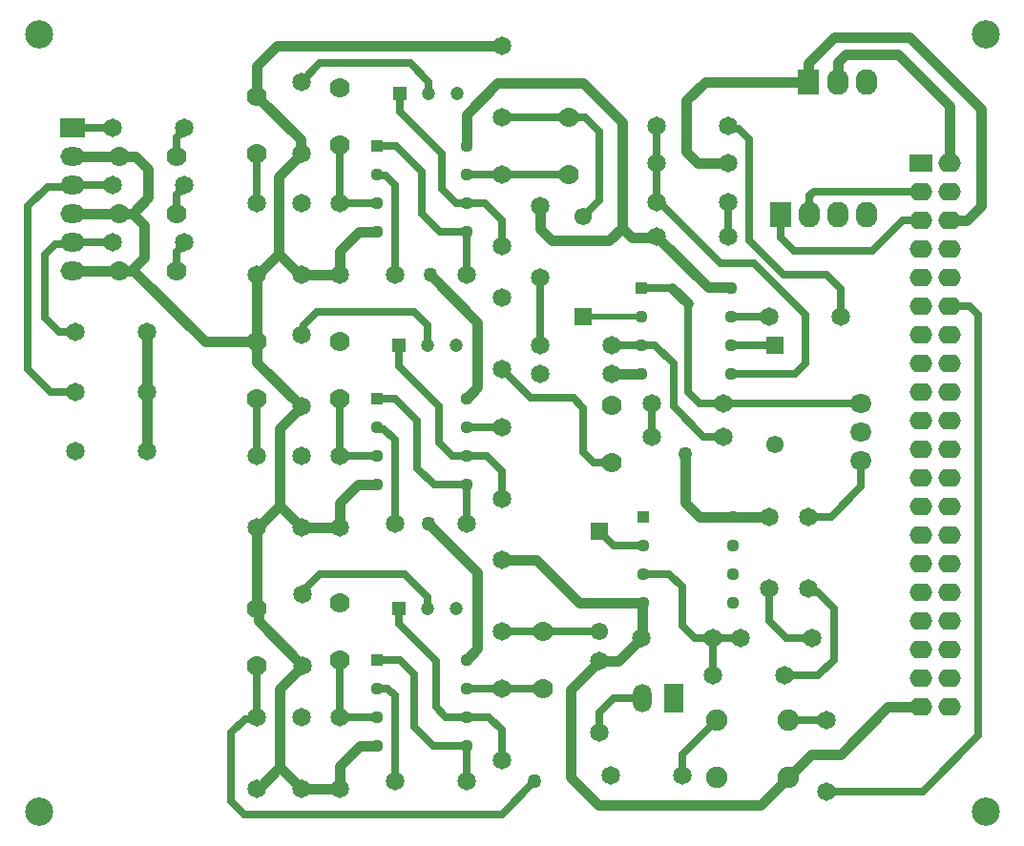
<source format=gbr>
%TF.GenerationSoftware,Altium Limited,Altium Designer,23.3.1 (30)*%
G04 Layer_Physical_Order=2*
G04 Layer_Color=16711680*
%FSLAX26Y26*%
%MOIN*%
%TF.SameCoordinates,8F501EFE-F143-482A-9327-88418F9FCBED*%
%TF.FilePolarity,Positive*%
%TF.FileFunction,Copper,L2,Bot,Signal*%
%TF.Part,Single*%
G01*
G75*
%TA.AperFunction,Conductor*%
%ADD10C,0.035000*%
%ADD11C,0.025000*%
%ADD12C,0.020000*%
%TA.AperFunction,ComponentPad*%
%ADD13O,0.075000X0.090000*%
%ADD14R,0.075000X0.090000*%
%ADD15C,0.070000*%
%ADD16C,0.065000*%
%ADD17R,0.044488X0.044488*%
%ADD18C,0.044488*%
%ADD19O,0.065000X0.100000*%
%ADD20R,0.065000X0.100000*%
%ADD21C,0.075000*%
%ADD22O,0.075000X0.065000*%
%ADD23C,0.061024*%
%ADD24R,0.061024X0.061024*%
%ADD25R,0.047244X0.047244*%
%ADD26C,0.047244*%
%ADD27O,0.085000X0.065000*%
%ADD28R,0.085000X0.065000*%
%ADD29R,0.078740X0.062992*%
%ADD30O,0.078740X0.062992*%
%TA.AperFunction,ViaPad*%
%ADD31C,0.098425*%
%ADD32C,0.050000*%
D10*
X1170000Y200000D02*
Y280000D01*
X1240000Y350000D01*
X880000Y1690000D02*
X1035000Y1535000D01*
X880000Y1690000D02*
Y1761500D01*
X955000Y2340000D02*
X1035000Y2420000D01*
X955000Y2070000D02*
Y2340000D01*
X1035000Y1995000D02*
X1170000D01*
X400000Y2410000D02*
X455000D01*
X235000D02*
X400000D01*
X880750Y1110750D02*
X951500Y1181500D01*
X880000Y2620000D02*
X1033003Y2466997D01*
Y2421997D02*
Y2466997D01*
X455000Y2410000D02*
X500000Y2365000D01*
Y2265433D02*
Y2365000D01*
X444567Y2210000D02*
X500000Y2265433D01*
X400000Y2210000D02*
X444567D01*
X2935000Y2765000D02*
X3120000D01*
X3300000Y2385000D02*
Y2585000D01*
X3120000Y2765000D02*
X3300000Y2585000D01*
X2375000Y1200000D02*
Y1370000D01*
Y1200000D02*
X2425000Y1150000D01*
X1611299Y2445000D02*
Y2556299D01*
X1720000Y2665000D02*
X2020000D01*
X1611299Y2556299D02*
X1720000Y2665000D01*
X2020000D02*
X2155000Y2530000D01*
Y2160000D02*
Y2530000D01*
Y2160000D02*
X2190000Y2125000D01*
X1611299Y1561500D02*
X1650000Y1600201D01*
Y1830000D01*
X2425000Y1150000D02*
X2541299D01*
X2670000D01*
X1870000Y2155000D02*
Y2235000D01*
X1910000Y2115000D02*
X2110000D01*
X1870000Y2155000D02*
X1910000Y2115000D01*
X955000Y2070000D02*
X1030000Y1995000D01*
X881694Y1996694D02*
X955000Y2070000D01*
X2190000Y2125000D02*
X2270000D01*
X450000Y2010000D02*
X698500Y1761500D01*
X880000D01*
X2805000Y2670000D02*
Y2735000D01*
X2895000Y2825000D02*
X3160000D01*
X2805000Y2735000D02*
X2895000Y2825000D01*
X2910000Y2740000D02*
X2935000Y2765000D01*
X2910000Y2670000D02*
Y2740000D01*
X3160000Y2825000D02*
X3410000Y2575000D01*
X2380000Y2605000D02*
X2445000Y2670000D01*
X2805000D01*
X1650000Y688701D02*
Y955000D01*
X1611299Y650000D02*
X1650000Y688701D01*
X1480000Y1125000D02*
X1650000Y955000D01*
X1485000Y1995000D02*
X1650000Y1830000D01*
X400000Y2010000D02*
X450000D01*
X485000Y2055000D02*
Y2169567D01*
X445962Y2015962D02*
X485000Y2055000D01*
X444567Y2210000D02*
X485000Y2169567D01*
X235000Y2210000D02*
X400000D01*
X235000Y2010000D02*
X400000D01*
X2380000Y2425000D02*
Y2605000D01*
Y2425000D02*
X2420000Y2385000D01*
X2525000D01*
X3300000Y2185000D02*
X3360000D01*
X3410000Y2235000D01*
Y2575000D01*
X2143701Y645000D02*
X2223701Y725000D01*
X2918575Y320000D02*
X3083575Y485000D01*
X2815000Y320000D02*
X2918575D01*
X2735000Y240000D02*
X2815000Y320000D01*
X2638284Y143284D02*
X2735000Y240000D01*
X3083575Y485000D02*
X3200000D01*
X495000Y1380000D02*
Y1585000D01*
X2330000Y1950000D02*
X2385000Y1895000D01*
X495000Y1585000D02*
Y1795000D01*
X1855000Y1000000D02*
X2005000Y850000D01*
X2228701D01*
X1735000Y1000000D02*
X1855000D01*
X880000Y830000D02*
Y1110000D01*
X2071716Y143284D02*
X2638284D01*
X1975000Y240000D02*
X2071716Y143284D01*
X1975000Y240000D02*
Y545000D01*
X2075000Y645000D01*
X2143701D01*
X2226201Y727500D02*
Y847500D01*
X885962Y784038D02*
Y824038D01*
Y784038D02*
X1040000Y630000D01*
X885000Y200000D02*
X960000Y275000D01*
Y550000D01*
Y275000D02*
X1035000Y200000D01*
X960000Y550000D02*
X1040000Y630000D01*
X1035000Y200000D02*
X1170000D01*
X1240000Y350000D02*
X1298701D01*
X2275000Y2130000D02*
X2454055Y1950945D01*
X2535354D01*
X957897Y1181500D02*
Y1457897D01*
X1035000Y1535000D01*
X965000Y1181500D02*
X1035000Y1111500D01*
X880000Y1761500D02*
Y1995000D01*
X1035000Y1111500D02*
X1170000D01*
Y1200000D01*
X1231500Y1261500D01*
X2120000Y1650000D02*
X2223701D01*
X2110000Y2115000D02*
X2155000Y2160000D01*
X880000Y2725000D02*
X950000Y2795000D01*
X880000Y2620000D02*
Y2725000D01*
X950000Y2795000D02*
X1735000D01*
X1231500Y1261500D02*
X1298701D01*
X1170000Y1995000D02*
Y2080000D01*
X1235000Y2145000D01*
X1298701D01*
D11*
X2885000Y1150000D02*
X2990000Y1255000D01*
Y1343620D01*
X2824645Y2285000D02*
X3200000D01*
X2810000Y2220000D02*
Y2270355D01*
X2824645Y2285000D01*
X1415000Y2735000D02*
X1480000Y2670000D01*
X1035000D02*
X1100000Y2735000D01*
X1415000D01*
X1030000Y1995000D02*
X1035000D01*
X1033003Y2421997D02*
X1035000Y2420000D01*
X1735000Y2095000D02*
Y2185000D01*
X1675000Y2245000D02*
X1735000Y2185000D01*
X1395000Y950000D02*
X1475000Y870000D01*
X1100000Y950000D02*
X1395000D01*
X1040000Y890000D02*
X1100000Y950000D01*
X2075000Y465000D02*
X2125000Y515000D01*
X2225000D01*
X2075000Y395000D02*
Y465000D01*
X2020000Y2199606D02*
X2075000Y2254606D01*
Y2495000D01*
X1735000Y2345000D02*
X1970000D01*
X1735000Y2545000D02*
X1970000D01*
X2025000D01*
X2075000Y2495000D01*
X880000Y2245000D02*
Y2420000D01*
X140000Y1845000D02*
Y2065000D01*
Y1845000D02*
X188306Y1796694D01*
X243306D01*
X191312Y2102346D02*
X227346D01*
X176390Y2101390D02*
X190355D01*
X140000Y2065000D02*
X176390Y2101390D01*
X227346Y2102346D02*
X235000Y2110000D01*
X190355Y2101390D02*
X191312Y2102346D01*
X243306Y1796694D02*
X245000Y1795000D01*
X80000Y1665000D02*
X160000Y1585000D01*
X80000Y1665000D02*
Y2235000D01*
X147500Y2302500D01*
X227500D01*
X160000Y1585000D02*
X245000D01*
X2385000Y1585000D02*
Y1895000D01*
Y1585000D02*
X2425000Y1545000D01*
X2440000Y1430000D02*
X2510000D01*
X2335000Y1535000D02*
Y1685000D01*
Y1535000D02*
X2440000Y1430000D01*
X2510000Y1545000D02*
X2950000D01*
X2425000D02*
X2510000D01*
X790000Y155000D02*
X835000Y110000D01*
X1735000D01*
X1850000Y225000D01*
X790000Y155000D02*
Y395000D01*
X838306Y443306D01*
X873306D02*
X880000Y450000D01*
X838306Y443306D02*
X873306D01*
X880000Y450000D02*
Y630000D01*
X1335000Y550000D02*
X1361299Y523701D01*
Y225000D02*
Y523701D01*
X2223701Y725000D02*
X2226201Y727500D01*
X957897Y1181500D02*
X965000D01*
X951500D02*
X957897D01*
X2615000Y2035000D02*
X2795000Y1855000D01*
X2760000Y1650000D02*
X2795000Y1685000D01*
Y1855000D01*
X2536299Y1650000D02*
X2760000D01*
X2755000Y2080000D02*
X3030000D01*
X3135000Y2185000D02*
X3200000D01*
X3030000Y2080000D02*
X3135000Y2185000D01*
X2710000Y2125000D02*
Y2205000D01*
Y2125000D02*
X2755000Y2080000D01*
X2870000Y1995000D02*
X2920000Y1945000D01*
X2600000Y2115000D02*
X2720000Y1995000D01*
X2870000D01*
X2920000Y1850000D02*
Y1945000D01*
X2600000Y2115000D02*
Y2470000D01*
X2500000Y2035000D02*
X2615000D01*
X2563610Y2506390D02*
X2600000Y2470000D01*
X3205000Y190000D02*
X3400000Y385000D01*
X3370000Y1885000D02*
X3400000Y1855000D01*
Y385000D02*
Y1855000D01*
X3300000Y1885000D02*
X3370000D01*
X2870000Y190000D02*
X3205000D01*
X2735000Y440000D02*
X2870000D01*
X880000Y200000D02*
X885000D01*
X486390Y1371390D02*
X495000Y1380000D01*
X880000Y1361500D02*
Y1561500D01*
Y1360000D02*
Y1361500D01*
X2270000Y1750000D02*
X2335000Y1685000D01*
X2223701Y1750000D02*
X2270000D01*
X2223701Y1950000D02*
X2330000D01*
X235000Y2510000D02*
X375000D01*
X227500Y2302500D02*
X235000Y2310000D01*
Y2110000D02*
X375000D01*
X2805000Y1150000D02*
X2885000D01*
X2285000Y2250000D02*
X2500000Y2035000D01*
X2275000Y2250000D02*
X2285000D01*
X2525000Y2515000D02*
X2533610Y2506390D01*
X2563610D01*
X2275000Y2385000D02*
Y2515000D01*
Y2250000D02*
Y2385000D01*
X2536299Y1850000D02*
X2670000D01*
X2525000Y2130000D02*
Y2250000D01*
X2365000Y245000D02*
Y320000D01*
X2485000Y440000D01*
X2817177Y900000D02*
X2831371Y885806D01*
X2839194D02*
X2895000Y830000D01*
Y650000D02*
Y830000D01*
X2805000Y900000D02*
X2817177D01*
X2831371Y885806D02*
X2839194D01*
X2840000Y595000D02*
X2895000Y650000D01*
X2723701Y595000D02*
X2840000D01*
X2473701D02*
Y725000D01*
X2670000Y785000D02*
Y900000D01*
X2730000Y725000D02*
X2820000D01*
X2670000Y785000D02*
X2730000Y725000D01*
X2473701D02*
X2570000D01*
X2226201Y847500D02*
X2228701Y850000D01*
X2365000Y770000D02*
Y905000D01*
X2410000Y725000D02*
X2470000D01*
X2365000Y770000D02*
X2410000Y725000D01*
X2320000Y950000D02*
X2365000Y905000D01*
X2228701Y950000D02*
X2320000D01*
X2561390Y733610D02*
X2570000Y725000D01*
X880000Y830000D02*
X885962Y824038D01*
X2124606Y1050000D02*
X2228701D01*
X2075000Y1099606D02*
X2124606Y1050000D01*
X1880000Y750000D02*
X2075000D01*
X1735000Y550000D02*
X1880000D01*
X1735000Y750000D02*
X1880000D01*
X1298701Y650000D02*
X1380000D01*
X1430000Y600000D01*
X1735000Y300000D02*
Y405000D01*
X1690000Y450000D02*
X1735000Y405000D01*
X1611299Y450000D02*
X1690000D01*
X1540000D02*
X1611299D01*
Y550000D02*
X1735000D01*
X1475000Y830000D02*
Y870000D01*
X1040000Y880000D02*
Y890000D01*
X1375000Y775000D02*
Y830000D01*
Y775000D02*
X1505000Y645000D01*
Y485000D02*
Y645000D01*
Y485000D02*
X1540000Y450000D01*
X1430000Y415000D02*
Y600000D01*
Y415000D02*
X1495000Y350000D01*
X1298701Y550000D02*
X1335000D01*
X1611299Y225000D02*
Y350000D01*
X1495000D02*
X1611299D01*
Y1125000D02*
Y1261500D01*
X1170000Y450000D02*
Y650000D01*
Y450000D02*
X1298701D01*
X2525000Y2130000D02*
X2527500Y2132500D01*
X2270000Y2125000D02*
X2275000Y2130000D01*
X2535354Y1950945D02*
X2536299Y1950000D01*
X2689803Y1750000D02*
X2690000Y1749803D01*
X2536299Y1750000D02*
X2689803D01*
X2020000Y1375000D02*
X2055000Y1340000D01*
X2120000D01*
X2020000Y1375000D02*
Y1530000D01*
X1985000Y1565000D02*
X2020000Y1530000D01*
X1835000Y1565000D02*
X1985000D01*
X1735000Y1665000D02*
X1835000Y1565000D01*
X1683500Y1361500D02*
X1735000Y1310000D01*
Y1211500D02*
Y1310000D01*
X1611299Y1361500D02*
X1683500D01*
X1563500D02*
X1611299D01*
Y1461500D02*
X1735000D01*
X1043610Y1793610D02*
Y1818610D01*
X1090000Y1865000D02*
X1430000D01*
X1043610Y1818610D02*
X1090000Y1865000D01*
X1035000Y1785000D02*
X1043610Y1793610D01*
X1475000Y1750000D02*
Y1820000D01*
X1430000Y1865000D02*
X1475000Y1820000D01*
X1361299Y1995000D02*
Y2308701D01*
X1298701Y2345000D02*
X1302493Y2341207D01*
X1328793D01*
X1361299Y2308701D01*
X1498500Y1261500D02*
X1611299D01*
X1440000Y1320000D02*
X1498500Y1261500D01*
X1440000Y1320000D02*
Y1485000D01*
X1363500Y1561500D02*
X1440000Y1485000D01*
X1455000Y2210000D02*
X1520000Y2145000D01*
X1455000Y2210000D02*
Y2355000D01*
X1365000Y2445000D02*
X1455000Y2355000D01*
X1298701Y2445000D02*
X1365000D01*
X1380000Y2565000D02*
X1525000Y2420000D01*
Y2295000D02*
Y2420000D01*
X1380000Y2565000D02*
Y2630000D01*
X1611299Y2245000D02*
X1675000D01*
X1525000Y2295000D02*
X1575000Y2245000D01*
X1611299D01*
X1298701Y1561500D02*
X1363500D01*
X1516375Y1408625D02*
Y1533625D01*
X1375000Y1675000D02*
X1516375Y1533625D01*
X1375000Y1675000D02*
Y1750000D01*
X1516375Y1408625D02*
X1563500Y1361500D01*
X1298701Y1461500D02*
X1303386Y1456814D01*
X1323186D01*
X1361299Y1125000D02*
Y1418701D01*
X1323186Y1456814D02*
X1361299Y1418701D01*
X2120000Y1750000D02*
X2223701D01*
X2260000Y1430000D02*
Y1545000D01*
X1870000Y1750000D02*
Y1985000D01*
X2020000Y1850000D02*
X2020394Y1849606D01*
X1480000Y2630000D02*
Y2670000D01*
X1611299Y2345000D02*
X1735000D01*
X1170000Y1361500D02*
Y1561500D01*
Y1361500D02*
X1298701D01*
X1520000Y2145000D02*
X1611299D01*
Y1995000D02*
Y2145000D01*
X1170000Y2245000D02*
Y2450000D01*
Y2245000D02*
X1298701D01*
X600000Y2010000D02*
Y2075000D01*
X625000Y2100000D02*
Y2110000D01*
X600000Y2075000D02*
X625000Y2100000D01*
X600000Y2210000D02*
Y2275000D01*
X625000Y2300000D02*
Y2310000D01*
X600000Y2275000D02*
X625000Y2300000D01*
X600000Y2475000D02*
X625000Y2500000D01*
X600000Y2410000D02*
Y2475000D01*
X625000Y2500000D02*
Y2510000D01*
X235000Y2310000D02*
X375000D01*
D12*
X2020000Y1850000D02*
X2223701D01*
D13*
X3010000Y2670000D02*
D03*
X2910000D02*
D03*
X2810000Y2205000D02*
D03*
X2910000D02*
D03*
X3010000D02*
D03*
D14*
X2805000Y2670000D02*
D03*
X2710000Y2205000D02*
D03*
D15*
X2120000Y1340000D02*
D03*
Y1540000D02*
D03*
X880000Y1561500D02*
D03*
Y1761500D02*
D03*
X1170000Y650000D02*
D03*
Y850000D02*
D03*
X880000Y630000D02*
D03*
Y830000D02*
D03*
X1970000Y2545000D02*
D03*
Y2345000D02*
D03*
X1170000Y2450000D02*
D03*
Y2650000D02*
D03*
X880000Y2420000D02*
D03*
Y2620000D02*
D03*
X1170000Y1761500D02*
D03*
Y1561500D02*
D03*
X600000Y2010000D02*
D03*
X400000D02*
D03*
X600000Y2210000D02*
D03*
X400000D02*
D03*
X600000Y2410000D02*
D03*
X400000D02*
D03*
X1880000Y550000D02*
D03*
Y750000D02*
D03*
D16*
X1735000Y1915000D02*
D03*
Y1665000D02*
D03*
X880000Y1111500D02*
D03*
Y1361500D02*
D03*
X1035000Y1535000D02*
D03*
Y1785000D02*
D03*
Y200000D02*
D03*
Y450000D02*
D03*
X880000Y200000D02*
D03*
Y450000D02*
D03*
X1040000Y630000D02*
D03*
Y880000D02*
D03*
X1735000Y1000000D02*
D03*
Y750000D02*
D03*
Y550000D02*
D03*
Y300000D02*
D03*
X2723701Y595000D02*
D03*
X2473701D02*
D03*
X2223701Y725000D02*
D03*
X2473701D02*
D03*
X2075000Y645000D02*
D03*
Y395000D02*
D03*
X2365000Y245000D02*
D03*
X2115000D02*
D03*
X2870000Y440000D02*
D03*
Y190000D02*
D03*
X2670000Y1150000D02*
D03*
Y900000D02*
D03*
X2805000Y1150000D02*
D03*
Y900000D02*
D03*
X2525000Y2515000D02*
D03*
X2275000D02*
D03*
X2525000Y2385000D02*
D03*
X2275000D02*
D03*
Y2250000D02*
D03*
X2525000D02*
D03*
X2275000Y2130000D02*
D03*
X2525000D02*
D03*
X1870000Y2235000D02*
D03*
Y1985000D02*
D03*
X1735000Y2345000D02*
D03*
Y2095000D02*
D03*
X880000Y1995000D02*
D03*
Y2245000D02*
D03*
X1735000Y2795000D02*
D03*
Y2545000D02*
D03*
X2920000Y1850000D02*
D03*
X2670000D02*
D03*
X495000Y1380000D02*
D03*
X245000D02*
D03*
X1170000Y450000D02*
D03*
Y200000D02*
D03*
X2510000Y1430000D02*
D03*
X2260000D02*
D03*
X1035000Y1361500D02*
D03*
Y1111500D02*
D03*
X1361299Y1125000D02*
D03*
X1611299D02*
D03*
X2260000Y1545000D02*
D03*
X2510000D02*
D03*
X1870000Y1650000D02*
D03*
X2120000D02*
D03*
X1870000Y1750000D02*
D03*
X2120000D02*
D03*
X1170000Y1361500D02*
D03*
Y1111500D02*
D03*
X1035000Y2670000D02*
D03*
Y2420000D02*
D03*
X1361299Y1995000D02*
D03*
X1611299D02*
D03*
X1035000Y2245000D02*
D03*
Y1995000D02*
D03*
X1170000Y2245000D02*
D03*
Y1995000D02*
D03*
X375000Y2110000D02*
D03*
X625000D02*
D03*
X375000Y2310000D02*
D03*
X625000D02*
D03*
X375000Y2510000D02*
D03*
X625000D02*
D03*
X1735000Y1211500D02*
D03*
Y1461500D02*
D03*
X495000Y1585000D02*
D03*
X245000D02*
D03*
X1361299Y225000D02*
D03*
X1611299D02*
D03*
X495000Y1795000D02*
D03*
X245000D02*
D03*
X2820000Y725000D02*
D03*
X2570000D02*
D03*
D17*
X2228701Y1150000D02*
D03*
X2223701Y1950000D02*
D03*
X1298701Y650000D02*
D03*
Y1561500D02*
D03*
Y2445000D02*
D03*
D18*
X2228701Y1050000D02*
D03*
Y950000D02*
D03*
Y850000D02*
D03*
X2541299D02*
D03*
Y950000D02*
D03*
Y1050000D02*
D03*
Y1150000D02*
D03*
X2223701Y1850000D02*
D03*
Y1750000D02*
D03*
Y1650000D02*
D03*
X2536299D02*
D03*
Y1750000D02*
D03*
Y1850000D02*
D03*
Y1950000D02*
D03*
X1611299Y650000D02*
D03*
Y550000D02*
D03*
Y450000D02*
D03*
Y350000D02*
D03*
X1298701D02*
D03*
Y450000D02*
D03*
Y550000D02*
D03*
X1611299Y1561500D02*
D03*
Y1461500D02*
D03*
Y1361500D02*
D03*
Y1261500D02*
D03*
X1298701D02*
D03*
Y1361500D02*
D03*
Y1461500D02*
D03*
X1611299Y2445000D02*
D03*
Y2345000D02*
D03*
Y2245000D02*
D03*
Y2145000D02*
D03*
X1298701D02*
D03*
Y2245000D02*
D03*
Y2345000D02*
D03*
D19*
X2225000Y515000D02*
D03*
D20*
X2335000D02*
D03*
D21*
X2485000Y440000D02*
D03*
X2735000Y240000D02*
D03*
Y440000D02*
D03*
X2485000Y240000D02*
D03*
D22*
X2990000Y1346000D02*
D03*
Y1444000D02*
D03*
Y1545000D02*
D03*
D23*
X2690000Y1400197D02*
D03*
X2020000Y2199606D02*
D03*
X2075000Y750000D02*
D03*
D24*
X2690000Y1749803D02*
D03*
X2020000Y1850000D02*
D03*
X2075000Y1099606D02*
D03*
D25*
X1380000Y2630000D02*
D03*
X1375000Y830000D02*
D03*
Y1750000D02*
D03*
D26*
X1480000Y2630000D02*
D03*
X1580000D02*
D03*
X1575000Y830000D02*
D03*
X1475000D02*
D03*
X1575000Y1750000D02*
D03*
X1475000D02*
D03*
D27*
X235000Y2110000D02*
D03*
Y2410000D02*
D03*
Y2310000D02*
D03*
Y2210000D02*
D03*
Y2010000D02*
D03*
D28*
Y2510000D02*
D03*
D29*
X3200000Y2385000D02*
D03*
D30*
X3300000D02*
D03*
X3200000Y2285000D02*
D03*
X3300000D02*
D03*
X3200000Y2185000D02*
D03*
X3300000D02*
D03*
X3200000Y2085000D02*
D03*
X3300000D02*
D03*
X3200000Y1985000D02*
D03*
X3300000D02*
D03*
X3200000Y1885000D02*
D03*
X3300000D02*
D03*
X3200000Y1785000D02*
D03*
X3300000D02*
D03*
X3200000Y1685000D02*
D03*
X3300000D02*
D03*
X3200000Y1585000D02*
D03*
X3300000D02*
D03*
X3200000Y1485000D02*
D03*
X3300000D02*
D03*
X3200000Y1385000D02*
D03*
X3300000D02*
D03*
X3200000Y1285000D02*
D03*
X3300000D02*
D03*
X3200000Y1185000D02*
D03*
X3300000D02*
D03*
X3200000Y1085000D02*
D03*
X3300000D02*
D03*
X3200000Y985000D02*
D03*
X3300000D02*
D03*
X3200000Y885000D02*
D03*
X3300000D02*
D03*
X3200000Y785000D02*
D03*
X3300000D02*
D03*
X3200000Y685000D02*
D03*
X3300000D02*
D03*
X3200000Y585000D02*
D03*
X3300000D02*
D03*
X3200000Y485000D02*
D03*
X3300000D02*
D03*
D31*
X118110Y118110D02*
D03*
Y2834646D02*
D03*
X3425197D02*
D03*
Y118110D02*
D03*
D32*
X2375000Y1370000D02*
D03*
X1480000Y1125000D02*
D03*
X1485000Y1995000D02*
D03*
X1850000Y225000D02*
D03*
%TF.MD5,8b0d03571fecb12a9f6852e52d813135*%
M02*

</source>
